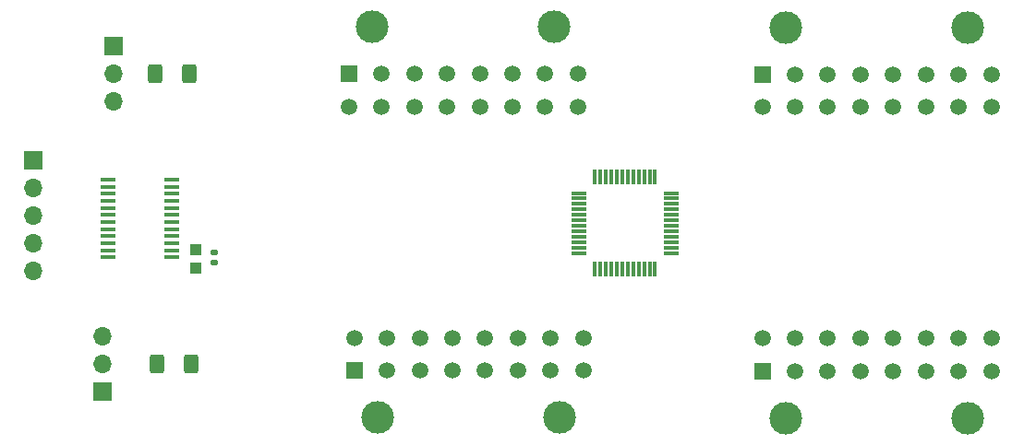
<source format=gbr>
%TF.GenerationSoftware,KiCad,Pcbnew,7.0.5*%
%TF.CreationDate,2023-06-27T15:21:13+05:30*%
%TF.ProjectId,NTC reader,4e544320-7265-4616-9465-722e6b696361,rev?*%
%TF.SameCoordinates,Original*%
%TF.FileFunction,Soldermask,Top*%
%TF.FilePolarity,Negative*%
%FSLAX46Y46*%
G04 Gerber Fmt 4.6, Leading zero omitted, Abs format (unit mm)*
G04 Created by KiCad (PCBNEW 7.0.5) date 2023-06-27 15:21:13*
%MOMM*%
%LPD*%
G01*
G04 APERTURE LIST*
G04 Aperture macros list*
%AMRoundRect*
0 Rectangle with rounded corners*
0 $1 Rounding radius*
0 $2 $3 $4 $5 $6 $7 $8 $9 X,Y pos of 4 corners*
0 Add a 4 corners polygon primitive as box body*
4,1,4,$2,$3,$4,$5,$6,$7,$8,$9,$2,$3,0*
0 Add four circle primitives for the rounded corners*
1,1,$1+$1,$2,$3*
1,1,$1+$1,$4,$5*
1,1,$1+$1,$6,$7*
1,1,$1+$1,$8,$9*
0 Add four rect primitives between the rounded corners*
20,1,$1+$1,$2,$3,$4,$5,0*
20,1,$1+$1,$4,$5,$6,$7,0*
20,1,$1+$1,$6,$7,$8,$9,0*
20,1,$1+$1,$8,$9,$2,$3,0*%
G04 Aperture macros list end*
%ADD10C,3.000000*%
%ADD11R,1.520000X1.520000*%
%ADD12C,1.520000*%
%ADD13R,1.700000X1.700000*%
%ADD14O,1.700000X1.700000*%
%ADD15R,1.475000X0.450000*%
%ADD16R,1.000000X1.000000*%
%ADD17RoundRect,0.250000X-0.400000X-0.625000X0.400000X-0.625000X0.400000X0.625000X-0.400000X0.625000X0*%
%ADD18RoundRect,0.140000X-0.170000X0.140000X-0.170000X-0.140000X0.170000X-0.140000X0.170000X0.140000X0*%
%ADD19R,0.300000X1.475000*%
%ADD20R,1.475000X0.300000*%
G04 APERTURE END LIST*
D10*
%TO.C,J1*%
X188601750Y-91609011D03*
X171921750Y-91609011D03*
D11*
X169761750Y-95929011D03*
D12*
X172761750Y-95929011D03*
X175761750Y-95929011D03*
X178761750Y-95929011D03*
X181761750Y-95929011D03*
X184761750Y-95929011D03*
X187761750Y-95929011D03*
X190761750Y-95929011D03*
X169761750Y-98929011D03*
X172761750Y-98929011D03*
X175761750Y-98929011D03*
X178761750Y-98929011D03*
X181761750Y-98929011D03*
X184761750Y-98929011D03*
X187761750Y-98929011D03*
X190761750Y-98929011D03*
%TD*%
D13*
%TO.C,J4*%
X110310000Y-93350000D03*
D14*
X110310000Y-95890000D03*
X110310000Y-98430000D03*
%TD*%
D15*
%TO.C,IC2*%
X115638000Y-112735000D03*
X115638000Y-112085000D03*
X115638000Y-111435000D03*
X115638000Y-110785000D03*
X115638000Y-110135000D03*
X115638000Y-109485000D03*
X115638000Y-108835000D03*
X115638000Y-108185000D03*
X115638000Y-107535000D03*
X115638000Y-106885000D03*
X115638000Y-106235000D03*
X115638000Y-105585000D03*
X109762000Y-105585000D03*
X109762000Y-106235000D03*
X109762000Y-106885000D03*
X109762000Y-107535000D03*
X109762000Y-108185000D03*
X109762000Y-108835000D03*
X109762000Y-109485000D03*
X109762000Y-110135000D03*
X109762000Y-110785000D03*
X109762000Y-111435000D03*
X109762000Y-112085000D03*
X109762000Y-112735000D03*
%TD*%
D10*
%TO.C,J2*%
X150695424Y-91565540D03*
X134015424Y-91565540D03*
D11*
X131855424Y-95885540D03*
D12*
X134855424Y-95885540D03*
X137855424Y-95885540D03*
X140855424Y-95885540D03*
X143855424Y-95885540D03*
X146855424Y-95885540D03*
X149855424Y-95885540D03*
X152855424Y-95885540D03*
X131855424Y-98885540D03*
X134855424Y-98885540D03*
X137855424Y-98885540D03*
X140855424Y-98885540D03*
X143855424Y-98885540D03*
X146855424Y-98885540D03*
X149855424Y-98885540D03*
X152855424Y-98885540D03*
%TD*%
D16*
%TO.C,R1*%
X117848000Y-111995000D03*
X117848000Y-113695000D03*
%TD*%
D13*
%TO.C,J5*%
X109300000Y-125095000D03*
D14*
X109300000Y-122555000D03*
X109300000Y-120015000D03*
%TD*%
D13*
%TO.C,J3*%
X102950000Y-103850000D03*
D14*
X102950000Y-106390000D03*
X102950000Y-108930000D03*
X102950000Y-111470000D03*
X102950000Y-114010000D03*
%TD*%
D10*
%TO.C,J7*%
X171921750Y-127504600D03*
X188601750Y-127504600D03*
D11*
X169761750Y-123184600D03*
D12*
X172761750Y-123184600D03*
X175761750Y-123184600D03*
X178761750Y-123184600D03*
X181761750Y-123184600D03*
X184761750Y-123184600D03*
X187761750Y-123184600D03*
X190761750Y-123184600D03*
X169761750Y-120184600D03*
X172761750Y-120184600D03*
X175761750Y-120184600D03*
X178761750Y-120184600D03*
X181761750Y-120184600D03*
X184761750Y-120184600D03*
X187761750Y-120184600D03*
X190761750Y-120184600D03*
%TD*%
D17*
%TO.C,R2*%
X114120000Y-95890000D03*
X117220000Y-95890000D03*
%TD*%
D18*
%TO.C,C1*%
X119478000Y-113235000D03*
X119478000Y-112275000D03*
%TD*%
D17*
%TO.C,R3*%
X114270000Y-122570000D03*
X117370000Y-122570000D03*
%TD*%
D10*
%TO.C,J6*%
X134508503Y-127462361D03*
X151188503Y-127462361D03*
D11*
X132348503Y-123142361D03*
D12*
X135348503Y-123142361D03*
X138348503Y-123142361D03*
X141348503Y-123142361D03*
X144348503Y-123142361D03*
X147348503Y-123142361D03*
X150348503Y-123142361D03*
X153348503Y-123142361D03*
X132348503Y-120142361D03*
X135348503Y-120142361D03*
X138348503Y-120142361D03*
X141348503Y-120142361D03*
X144348503Y-120142361D03*
X147348503Y-120142361D03*
X150348503Y-120142361D03*
X153348503Y-120142361D03*
%TD*%
D19*
%TO.C,IC1*%
X159930000Y-105342000D03*
X159430000Y-105342000D03*
X158930000Y-105342000D03*
X158430000Y-105342000D03*
X157930000Y-105342000D03*
X157430000Y-105342000D03*
X156930000Y-105342000D03*
X156430000Y-105342000D03*
X155930000Y-105342000D03*
X155430000Y-105342000D03*
X154930000Y-105342000D03*
X154430000Y-105342000D03*
D20*
X152942000Y-106830000D03*
X152942000Y-107330000D03*
X152942000Y-107830000D03*
X152942000Y-108330000D03*
X152942000Y-108830000D03*
X152942000Y-109330000D03*
X152942000Y-109830000D03*
X152942000Y-110330000D03*
X152942000Y-110830000D03*
X152942000Y-111330000D03*
X152942000Y-111830000D03*
X152942000Y-112330000D03*
D19*
X154430000Y-113818000D03*
X154930000Y-113818000D03*
X155430000Y-113818000D03*
X155930000Y-113818000D03*
X156430000Y-113818000D03*
X156930000Y-113818000D03*
X157430000Y-113818000D03*
X157930000Y-113818000D03*
X158430000Y-113818000D03*
X158930000Y-113818000D03*
X159430000Y-113818000D03*
X159930000Y-113818000D03*
D20*
X161418000Y-112330000D03*
X161418000Y-111830000D03*
X161418000Y-111330000D03*
X161418000Y-110830000D03*
X161418000Y-110330000D03*
X161418000Y-109830000D03*
X161418000Y-109330000D03*
X161418000Y-108830000D03*
X161418000Y-108330000D03*
X161418000Y-107830000D03*
X161418000Y-107330000D03*
X161418000Y-106830000D03*
%TD*%
M02*

</source>
